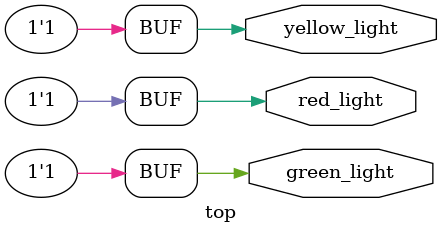
<source format=v>
module top(
  output wire green_light,
  output wire yellow_light,
  output wire red_light
);
  assign red_light = 1'b1;       // tie the pin high
  assign yellow_light = 1'b1;
  assign green_light = 1'b1;

endmodule
</source>
